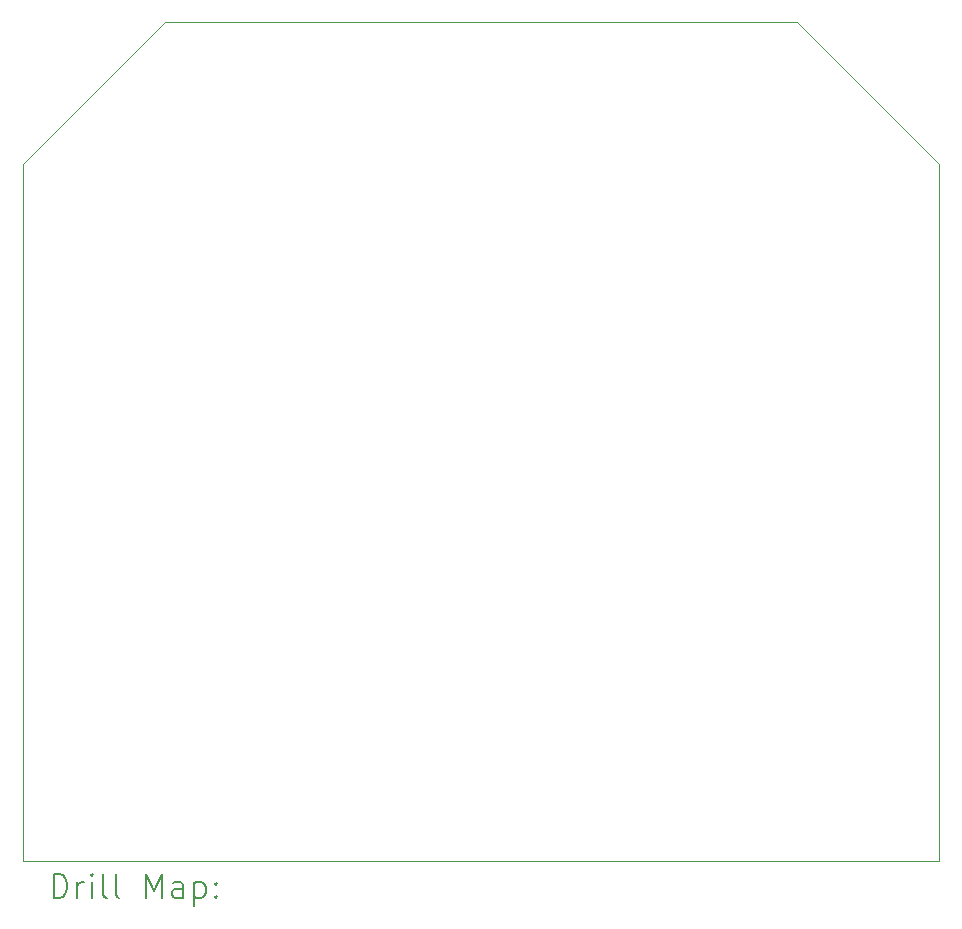
<source format=gbr>
%TF.GenerationSoftware,KiCad,Pcbnew,9.0.2*%
%TF.CreationDate,2025-07-02T02:21:06-07:00*%
%TF.ProjectId,idkwhatimdoing,69646b77-6861-4746-996d-646f696e672e,rev?*%
%TF.SameCoordinates,Original*%
%TF.FileFunction,Drillmap*%
%TF.FilePolarity,Positive*%
%FSLAX45Y45*%
G04 Gerber Fmt 4.5, Leading zero omitted, Abs format (unit mm)*
G04 Created by KiCad (PCBNEW 9.0.2) date 2025-07-02 02:21:06*
%MOMM*%
%LPD*%
G01*
G04 APERTURE LIST*
%ADD10C,0.050000*%
%ADD11C,0.200000*%
G04 APERTURE END LIST*
D10*
X5450000Y-15750000D02*
X5450000Y-9850000D01*
X13200000Y-15750000D02*
X13200000Y-9850000D01*
X13200000Y-9850000D02*
X12000000Y-8650000D01*
X6650000Y-8650000D02*
X12000000Y-8650000D01*
X5450000Y-9850000D02*
X6650000Y-8650000D01*
X5450000Y-15750000D02*
X13200000Y-15750000D01*
D11*
X5708277Y-16063984D02*
X5708277Y-15863984D01*
X5708277Y-15863984D02*
X5755896Y-15863984D01*
X5755896Y-15863984D02*
X5784467Y-15873508D01*
X5784467Y-15873508D02*
X5803515Y-15892555D01*
X5803515Y-15892555D02*
X5813039Y-15911603D01*
X5813039Y-15911603D02*
X5822562Y-15949698D01*
X5822562Y-15949698D02*
X5822562Y-15978269D01*
X5822562Y-15978269D02*
X5813039Y-16016365D01*
X5813039Y-16016365D02*
X5803515Y-16035412D01*
X5803515Y-16035412D02*
X5784467Y-16054460D01*
X5784467Y-16054460D02*
X5755896Y-16063984D01*
X5755896Y-16063984D02*
X5708277Y-16063984D01*
X5908277Y-16063984D02*
X5908277Y-15930650D01*
X5908277Y-15968746D02*
X5917801Y-15949698D01*
X5917801Y-15949698D02*
X5927324Y-15940174D01*
X5927324Y-15940174D02*
X5946372Y-15930650D01*
X5946372Y-15930650D02*
X5965420Y-15930650D01*
X6032086Y-16063984D02*
X6032086Y-15930650D01*
X6032086Y-15863984D02*
X6022562Y-15873508D01*
X6022562Y-15873508D02*
X6032086Y-15883031D01*
X6032086Y-15883031D02*
X6041610Y-15873508D01*
X6041610Y-15873508D02*
X6032086Y-15863984D01*
X6032086Y-15863984D02*
X6032086Y-15883031D01*
X6155896Y-16063984D02*
X6136848Y-16054460D01*
X6136848Y-16054460D02*
X6127324Y-16035412D01*
X6127324Y-16035412D02*
X6127324Y-15863984D01*
X6260658Y-16063984D02*
X6241610Y-16054460D01*
X6241610Y-16054460D02*
X6232086Y-16035412D01*
X6232086Y-16035412D02*
X6232086Y-15863984D01*
X6489229Y-16063984D02*
X6489229Y-15863984D01*
X6489229Y-15863984D02*
X6555896Y-16006841D01*
X6555896Y-16006841D02*
X6622562Y-15863984D01*
X6622562Y-15863984D02*
X6622562Y-16063984D01*
X6803515Y-16063984D02*
X6803515Y-15959222D01*
X6803515Y-15959222D02*
X6793991Y-15940174D01*
X6793991Y-15940174D02*
X6774943Y-15930650D01*
X6774943Y-15930650D02*
X6736848Y-15930650D01*
X6736848Y-15930650D02*
X6717801Y-15940174D01*
X6803515Y-16054460D02*
X6784467Y-16063984D01*
X6784467Y-16063984D02*
X6736848Y-16063984D01*
X6736848Y-16063984D02*
X6717801Y-16054460D01*
X6717801Y-16054460D02*
X6708277Y-16035412D01*
X6708277Y-16035412D02*
X6708277Y-16016365D01*
X6708277Y-16016365D02*
X6717801Y-15997317D01*
X6717801Y-15997317D02*
X6736848Y-15987793D01*
X6736848Y-15987793D02*
X6784467Y-15987793D01*
X6784467Y-15987793D02*
X6803515Y-15978269D01*
X6898753Y-15930650D02*
X6898753Y-16130650D01*
X6898753Y-15940174D02*
X6917801Y-15930650D01*
X6917801Y-15930650D02*
X6955896Y-15930650D01*
X6955896Y-15930650D02*
X6974943Y-15940174D01*
X6974943Y-15940174D02*
X6984467Y-15949698D01*
X6984467Y-15949698D02*
X6993991Y-15968746D01*
X6993991Y-15968746D02*
X6993991Y-16025888D01*
X6993991Y-16025888D02*
X6984467Y-16044936D01*
X6984467Y-16044936D02*
X6974943Y-16054460D01*
X6974943Y-16054460D02*
X6955896Y-16063984D01*
X6955896Y-16063984D02*
X6917801Y-16063984D01*
X6917801Y-16063984D02*
X6898753Y-16054460D01*
X7079705Y-16044936D02*
X7089229Y-16054460D01*
X7089229Y-16054460D02*
X7079705Y-16063984D01*
X7079705Y-16063984D02*
X7070182Y-16054460D01*
X7070182Y-16054460D02*
X7079705Y-16044936D01*
X7079705Y-16044936D02*
X7079705Y-16063984D01*
X7079705Y-15940174D02*
X7089229Y-15949698D01*
X7089229Y-15949698D02*
X7079705Y-15959222D01*
X7079705Y-15959222D02*
X7070182Y-15949698D01*
X7070182Y-15949698D02*
X7079705Y-15940174D01*
X7079705Y-15940174D02*
X7079705Y-15959222D01*
M02*

</source>
